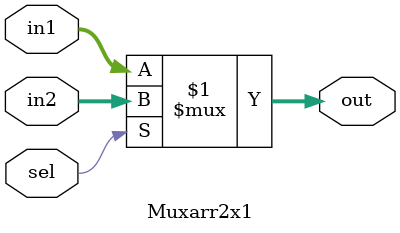
<source format=v>

module Muxarr2x1(in1,in2,out,sel);

input [31:0] in1 ,in2 ;

output [31:0] out;
input sel;


assign out=sel? in2:in1;


endmodule
</source>
